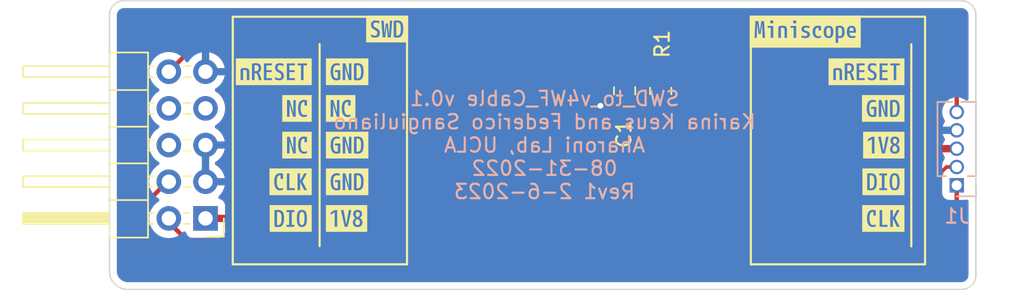
<source format=kicad_pcb>
(kicad_pcb (version 20211014) (generator pcbnew)
  (layers (0 "F.Cu" signal) (31 "B.Cu" signal) (34 "B.Paste" user) (35 "F.Paste" user) (36 "B.SilkS" user "B.Silkscreen") (37 "F.SilkS" user "F.Silkscreen") (38 "B.Mask" user) (39 "F.Mask" user) (44 "Edge.Cuts" user))
  (net 0 "")
  (net 1 "/SWDCLK")
  (net 2 "/SWDIO")
  (net 3 "+1V8")
  (net 4 "GND")
  (net 5 "/nRST")
  (footprint "Resistor_SMD:R_0805_2012Metric_Pad1.20x1.40mm_HandSolder" (layer "F.Cu") (at 163.775 55.6 90)
    (fp_text reference "R1" (at 3.25 0.1 90) (layer "F.SilkS"))
    (fp_text value "10k" hide)
    (pad "1" smd roundrect (at -1 0 90) (size 1.2 1.4) (layers "F.Cu" "F.Paste" "F.Mask") (roundrect_rratio 0.2083333333) (net 3 "+1V8"))
    (pad "2" smd roundrect (at 1 0 90) (size 1.2 1.4) (layers "F.Cu" "F.Paste" "F.Mask") (roundrect_rratio 0.2083333333) (net 5 "/nRST"))
  )
  (footprint "kibuzzard-630EA251" (layer "F.Cu") (at 142.057657 59.35)
    (fp_text reference "kibuzzard-630EA251" hide)
    (fp_text value "G***" hide)
  )
  (footprint "kibuzzard-630EA342" (layer "F.Cu") (at 141.607601 56.81)
    (fp_text reference "kibuzzard-630EA342" hide)
    (fp_text value "G***" hide)
  )
  (footprint "kibuzzard-630EA36E" (layer "F.Cu") (at 138.142882 61.89)
    (fp_text reference "kibuzzard-630EA36E" hide)
    (fp_text value "G***" hide)
  )
  (footprint "kibuzzard-630EA342" (layer "F.Cu") (at 138.585 59.35)
    (fp_text reference "kibuzzard-630EA342" hide)
    (fp_text value "G***" hide)
  )
  (footprint "kibuzzard-630EA6CF" (layer "F.Cu") (at 178.028025 54.27)
    (fp_text reference "kibuzzard-630EA6CF" hide)
    (fp_text value "G***" hide)
  )
  (footprint "kibuzzard-630EA6B9" (layer "F.Cu") (at 173.785573 51.493604)
    (fp_text reference "kibuzzard-630EA6B9" hide)
    (fp_text value "G***" hide)
  )
  (footprint "kibuzzard-630EA251" (layer "F.Cu") (at 142.057657 54.27)
    (fp_text reference "kibuzzard-630EA251" hide)
    (fp_text value "G***" hide)
  )
  (footprint "kibuzzard-630EA39E" (layer "F.Cu") (at 144.828496 51.311042)
    (fp_text reference "kibuzzard-630EA39E" hide)
    (fp_text value "G***" hide)
  )
  (footprint "Capacitor_SMD:C_0805_2012Metric_Pad1.18x1.45mm_HandSolder" (layer "F.Cu") (at 161.275 55.5875 -90)
    (fp_text reference "C1" (at 2.9875 0.05 90) (layer "F.SilkS"))
    (fp_text value "1u" hide)
    (pad "1" smd roundrect (at -1.0375 0 270) (size 1.175 1.45) (layers "F.Cu" "F.Paste" "F.Mask") (roundrect_rratio 0.2127659574) (net 5 "/nRST"))
    (pad "2" smd roundrect (at 1.0375 0 270) (size 1.175 1.45) (layers "F.Cu" "F.Paste" "F.Mask") (roundrect_rratio 0.2127659574) (net 4 "GND"))
  )
  (footprint "kibuzzard-630EA6DD" (layer "F.Cu") (at 179.185312 56.81)
    (fp_text reference "kibuzzard-630EA6DD" hide)
    (fp_text value "G***" hide)
  )
  (footprint "kibuzzard-630EA2F1" (layer "F.Cu") (at 136.977657 54.27)
    (fp_text reference "kibuzzard-630EA2F1" hide)
    (fp_text value "G***" hide)
  )
  (footprint "kibuzzard-630EA721" (layer "F.Cu") (at 179.200393 61.89)
    (fp_text reference "kibuzzard-630EA721" hide)
    (fp_text value "G***" hide)
  )
  (footprint "kibuzzard-630EA733" (layer "F.Cu") (at 179.19325 64.43)
    (fp_text reference "kibuzzard-630EA733" hide)
    (fp_text value "G***" hide)
  )
  (footprint "kibuzzard-630EA6F1" (layer "F.Cu") (at 179.225 59.35)
    (fp_text reference "kibuzzard-630EA6F1" hide)
    (fp_text value "G***" hide)
  )
  (footprint "kibuzzard-630EA251" (layer "F.Cu") (at 142.057657 61.89)
    (fp_text reference "kibuzzard-630EA251" hide)
    (fp_text value "G***" hide)
  )
  (footprint "kibuzzard-630EA342" (layer "F.Cu") (at 138.585 56.81)
    (fp_text reference "kibuzzard-630EA342" hide)
    (fp_text value "G***" hide)
  )
  (footprint "kibuzzard-630EA059" (layer "F.Cu") (at 142.017969 64.43)
    (fp_text reference "kibuzzard-630EA059" hide)
    (fp_text value "G***" hide)
  )
  (footprint "kibuzzard-630EA384" (layer "F.Cu") (at 138.150025 64.43)
    (fp_text reference "kibuzzard-630EA384" hide)
    (fp_text value "G***" hide)
  )
  (footprint "Connector_PinHeader_2.54mm:PinHeader_2x05_P2.54mm_Horizontal" (layer "F.Cu") (at 132.25 64.425 180)
    (fp_text reference "J2" hide)
    (fp_text value "Conn_02x05_Odd_Even")
    (pad "1" thru_hole rect (at 0 0 180) (size 1.7 1.7) (drill 1) (layers *.Cu *.Mask) (net 3 "+1V8"))
    (pad "2" thru_hole oval (at 2.54 0 180) (size 1.7 1.7) (drill 1) (layers *.Cu *.Mask) (net 2 "/SWDIO"))
    (pad "3" thru_hole oval (at 0 2.54 180) (size 1.7 1.7) (drill 1) (layers *.Cu *.Mask) (net 4 "GND"))
    (pad "4" thru_hole oval (at 2.54 2.54 180) (size 1.7 1.7) (drill 1) (layers *.Cu *.Mask) (net 1 "/SWDCLK"))
    (pad "5" thru_hole oval (at 0 5.08 180) (size 1.7 1.7) (drill 1) (layers *.Cu *.Mask) (net 4 "GND"))
    (pad "6" thru_hole oval (at 2.54 5.08 180) (size 1.7 1.7) (drill 1) (layers *.Cu *.Mask))
    (pad "7" thru_hole oval (at 0 7.62 180) (size 1.7 1.7) (drill 1) (layers *.Cu *.Mask))
    (pad "8" thru_hole oval (at 2.54 7.62 180) (size 1.7 1.7) (drill 1) (layers *.Cu *.Mask))
    (pad "9" thru_hole oval (at 0 10.16 180) (size 1.7 1.7) (drill 1) (layers *.Cu *.Mask) (net 4 "GND"))
    (pad "10" thru_hole oval (at 2.54 10.16 180) (size 1.7 1.7) (drill 1) (layers *.Cu *.Mask) (net 5 "/nRST"))
  )
  (footprint "Connector_PinSocket_1.27mm:PinSocket_1x05_P1.27mm_Vertical" (layer "B.Cu") (at 184.275 62.135)
    (fp_text reference "J1" (at 0 2.135 180) (layer "B.SilkS") (effects (justify mirror)))
    (fp_text value "Conn_01x05")
    (pad "1" thru_hole rect (at 0 0) (size 1 1) (drill 0.7) (layers *.Cu *.Mask) (net 1 "/SWDCLK"))
    (pad "2" thru_hole oval (at 0 -1.27) (size 1 1) (drill 0.7) (layers *.Cu *.Mask) (net 2 "/SWDIO"))
    (pad "3" thru_hole oval (at 0 -2.54) (size 1 1) (drill 0.7) (layers *.Cu *.Mask) (net 3 "+1V8"))
    (pad "4" thru_hole oval (at 0 -3.81) (size 1 1) (drill 0.7) (layers *.Cu *.Mask) (net 4 "GND"))
    (pad "5" thru_hole oval (at 0 -5.08) (size 1 1) (drill 0.7) (layers *.Cu *.Mask) (net 5 "/nRST"))
  )
  (gr_line (start 134.14 67.605) (end 146.205 67.605) (layer "F.SilkS") (width 0.15))
  (gr_line (start 170.0175 50.46) (end 170.0175 67.605) (layer "F.SilkS") (width 0.15))
  (gr_line (start 140.152657 52.35) (end 140.152657 66.35) (layer "F.SilkS") (width 0.15))
  (gr_line (start 181.13 52.365) (end 181.13 66.365) (layer "F.SilkS") (width 0.15))
  (gr_line (start 146.205 50.46) (end 134.14 50.46) (layer "F.SilkS") (width 0.15))
  (gr_line (start 182.0825 50.46) (end 170.0175 50.46) (layer "F.SilkS") (width 0.15))
  (gr_line (start 134.14 50.46) (end 134.14 67.605) (layer "F.SilkS") (width 0.15))
  (gr_line (start 170.0175 67.605) (end 182.0825 67.605) (layer "F.SilkS") (width 0.15))
  (gr_line (start 182.0825 67.605) (end 182.0825 50.46) (layer "F.SilkS") (width 0.15))
  (gr_line (start 146.205 67.605) (end 146.205 50.46) (layer "F.SilkS") (width 0.15))
  (gr_arc (start 185.6 68.35) (mid 185.307107 69.057107) (end 184.6 69.35) (layer "Edge.Cuts") (width 0.1))
  (gr_line (start 125.6 50.35) (end 125.6 68.08) (layer "Edge.Cuts") (width 0.1))
  (gr_arc (start 125.6 50.35) (mid 125.892893 49.642893) (end 126.6 49.35) (layer "Edge.Cuts") (width 0.1))
  (gr_line (start 126.87 69.35) (end 184.6 69.35) (layer "Edge.Cuts") (width 0.1))
  (gr_arc (start 184.6 49.35) (mid 185.307107 49.642893) (end 185.6 50.35) (layer "Edge.Cuts") (width 0.1))
  (gr_line (start 184.6 49.35) (end 126.6 49.35) (layer "Edge.Cuts") (width 0.1))
  (gr_line (start 185.6 68.35) (end 185.6 50.35) (layer "Edge.Cuts") (width 0.1))
  (gr_arc (start 126.87 69.35) (mid 125.971974 68.978026) (end 125.6 68.08) (layer "Edge.Cuts") (width 0.1))
  (gr_text "SWD_to_v4WF_Cable v0.1\nKarina Keus and Federico Sangiuliano\nAharoni Lab, UCLA\n08-31-2022\nRev1 2-6-2023" (at 155.729991 59.349996) (layer "B.SilkS") (effects (font (size 1 1)) (justify mirror)))
  (segment (start 181.3928 66.6322) (end 184.275 63.75) (width 0.3048) (layer "F.Cu") (net 1))
  (segment (start 128.1908 63.3048) (end 128.1908 65.1082) (width 0.3048) (layer "F.Cu") (net 1))
  (segment (start 184.275 63.75) (end 184.275 62.135) (width 0.3048) (layer "F.Cu") (net 1))
  (segment (start 129.6106 61.885) (end 128.1908 63.3048) (width 0.3048) (layer "F.Cu") (net 1))
  (segment (start 128.1908 65.1082) (end 129.7148 66.6322) (width 0.3048) (layer "F.Cu") (net 1))
  (segment (start 129.7148 66.6322) (end 181.3928 66.6322) (width 0.3048) (layer "F.Cu") (net 1))
  (segment (start 129.71 61.885) (end 129.6106 61.885) (width 0.3048) (layer "F.Cu") (net 1))
  (segment (start 183.567894 60.865) (end 178.511894 65.921) (width 0.25) (layer "F.Cu") (net 2))
  (segment (start 184.275 60.865) (end 183.567894 60.865) (width 0.25) (layer "F.Cu") (net 2))
  (segment (start 129.71 64.6925) (end 130.9385 65.921) (width 0.3048) (layer "F.Cu") (net 2))
  (segment (start 129.71 64.425) (end 129.71 64.6925) (width 0.3048) (layer "F.Cu") (net 2))
  (segment (start 178.511894 65.921) (end 178.221 65.921) (width 0.25) (layer "F.Cu") (net 2))
  (segment (start 130.9385 65.921) (end 178.221 65.921) (width 0.3048) (layer "F.Cu") (net 2))
  (segment (start 163.775 56.6) (end 179.2 56.6) (width 0.25) (layer "F.Cu") (net 3))
  (segment (start 182.195 59.595) (end 184.275 59.595) (width 0.25) (layer "F.Cu") (net 3))
  (segment (start 179.2 56.6) (end 182.195 59.595) (width 0.25) (layer "F.Cu") (net 3))
  (segment (start 161.275 56.625) (end 159.625 56.625) (width 0.25) (layer "F.Cu") (net 4))
  (segment (start 159.625 56.625) (end 159.6 56.625) (width 0.25) (layer "F.Cu") (net 4))
  (via (at 159.6 56.625) (size 0.8) (drill 0.4) (layers "F.Cu" "B.Cu") (net 4))
  (segment (start 163.725 54.55) (end 163.775 54.6) (width 0.25) (layer "F.Cu") (net 5))
  (segment (start 161.275 54.55) (end 163.725 54.55) (width 0.25) (layer "F.Cu") (net 5))
  (segment (start 131.3382 52.6368) (end 164.6118 52.6368) (width 0.3048) (layer "F.Cu") (net 5))
  (segment (start 163.775 53.4736) (end 164.6118 52.6368) (width 0.25) (layer "F.Cu") (net 5))
  (segment (start 184.275 54.94) (end 184.275 57.055) (width 0.3048) (layer "F.Cu") (net 5))
  (segment (start 163.775 54.6) (end 163.775 53.4736) (width 0.25) (layer "F.Cu") (net 5))
  (segment (start 181.9718 52.6368) (end 184.275 54.94) (width 0.3048) (layer "F.Cu") (net 5))
  (segment (start 164.6118 52.6368) (end 181.9718 52.6368) (width 0.3048) (layer "F.Cu") (net 5))
  (segment (start 129.71 54.265) (end 131.3382 52.6368) (width 0.3048) (layer "F.Cu") (net 5))
  (zone (net 3) (net_name "+1V8") (layer "F.Cu") (connect_pads (clearance 0.508)) (min_thickness 0.254) (fill yes (thermal_gap 0.508) (thermal_bridge_width 0.508))
    (polygon (pts (xy 185.125 68.85) (xy 126.075 68.85) (xy 126.075 49.8) (xy 185.125 49.8)))
  )
  (zone (net 4) (net_name "GND") (layer "B.Cu") (connect_pads (clearance 0.508)) (min_thickness 0.254) (fill yes (thermal_gap 0.508) (thermal_bridge_width 0.508))
    (polygon (pts (xy 185.1 68.85) (xy 126.1 68.85) (xy 126.1 49.85) (xy 185.1 49.85)))
  )
)
</source>
